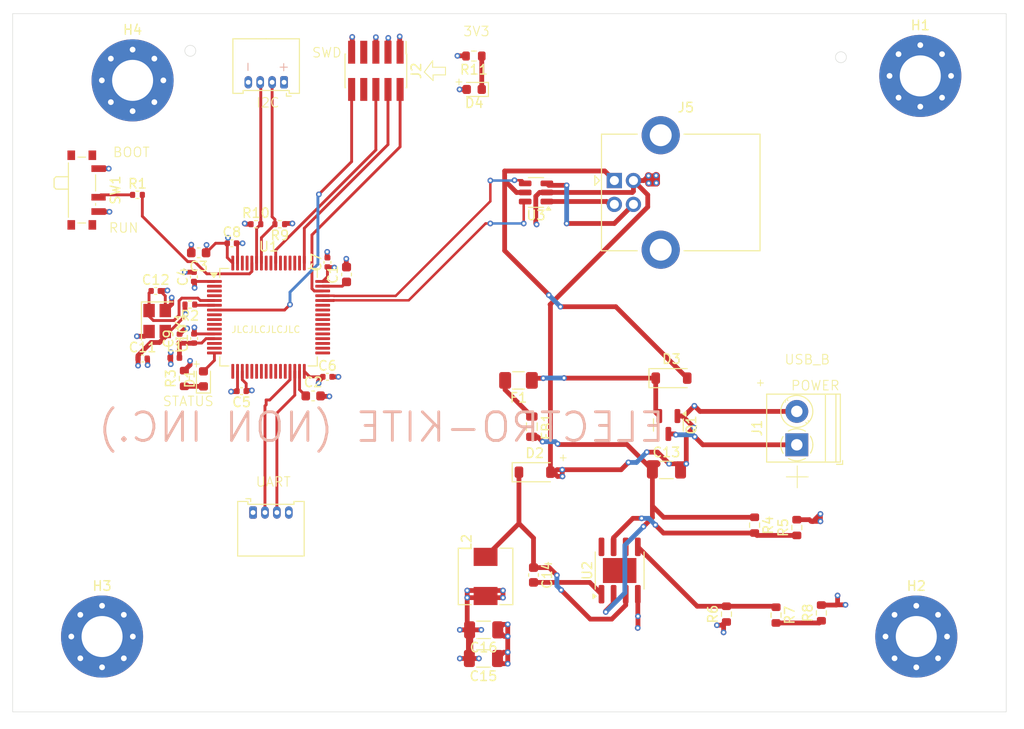
<source format=kicad_pcb>
(kicad_pcb (version 20240108) (generator "pcbnew") (generator_version "8.0")
  (layers (0 "F.Cu" signal) (1 "In1.Cu" power) (2 "In2.Cu" power) (31 "B.Cu" signal) (34 "B.Paste" user) (35 "F.Paste" user) (36 "B.SilkS" user "B.Silkscreen") (37 "F.SilkS" user "F.Silkscreen") (38 "B.Mask" user) (39 "F.Mask" user) (44 "Edge.Cuts" user))
  (net 0 "")
  (net 1 "Net-(U1-VCAP_2)")
  (net 2 "GND")
  (net 3 "Net-(U1-VCAP_1)")
  (net 4 "+3.3V")
  (net 5 "+3.3VA")
  (net 6 "HSE_IN")
  (net 7 "BUCK_IN")
  (net 8 "BUCK_SW")
  (net 9 "BUCK_BS")
  (net 10 "LED_STATUS")
  (net 11 "Net-(D1-K)")
  (net 12 "Net-(D3-K)")
  (net 13 "+5V")
  (net 14 "Net-(D4-K)")
  (net 15 "+12V")
  (net 16 "Net-(F1-Pad2)")
  (net 17 "SWCLK")
  (net 19 "SWDIO")
  (net 20 "unconnected-(J2-Pin_7-Pad7)")
  (net 21 "NRST")
  (net 22 "SWO")
  (net 23 "I2C1_SDA")
  (net 24 "I2C1_SCL")
  (net 25 "USART3_RX")
  (net 26 "USART3_TX")
  (net 27 "USB_CONN_D+")
  (net 28 "USB_CONN_D-")
  (net 29 "Net-(SW1-B)")
  (net 30 "BOOT0")
  (net 31 "HSE_OUT")
  (net 32 "BUCK_EN")
  (net 33 "BUCK_FB")
  (net 34 "Net-(R7-Pad2)")
  (net 37 "CAN1_RX")
  (net 44 "CAN2_RX")
  (net 52 "CAN2_TX")
  (net 61 "CAN1_TX")
  (net 66 "USB_D+")
  (net 74 "USB_D-")
  (net 80 "Net-(C11-Pad1)")
  (footprint "Capacitor_SMD:C_1206_3216Metric" (layer "F.Cu") (at 94.8 138.6 180)
    (property "Reference" "C16")
    (property "Value" "10u")
  )
  (footprint "Resistor_SMD:R_0402_1005Metric" (layer "F.Cu") (at 73.425 96.075 180)
    (property "Reference" "R9")
    (property "Value" "2k2")
  )
  (footprint "Capacitor_SMD:C_0402_1005Metric" (layer "F.Cu") (at 68.405 98.075)
    (property "Reference" "C8")
    (property "Value" "100n")
  )
  (footprint "TerminalBlock_Phoenix:TerminalBlock_Phoenix_PT-1,5-2-3.5-H_1x02_P3.50mm_Horizontal" (layer "F.Cu") (at 127.625 119.2 90)
    (property "Reference" "J1")
    (property "Value" "Screw_Terminal_01x02")
  )
  (footprint "Connector_USB:USB_B_Lumberg_2411_02_Horizontal" (layer "F.Cu") (at 108.5 91.5)
    (property "Reference" "J5")
    (property "Value" "USB_B" (hide yes))
  )
  (footprint "Connector_Molex:Molex_PicoBlade_53048-0410_1x04_P1.25mm_Horizontal" (layer "F.Cu") (at 73.875 81.2 180)
    (property "Reference" "J3" (hide yes))
    (property "Value" "Conn_01x04")
  )
  (footprint "Capacitor_SMD:C_0402_1005Metric" (layer "F.Cu") (at 60.425 103.075)
    (property "Reference" "C12")
    (property "Value" "12p")
  )
  (footprint "Resistor_SMD:R_0603_1608Metric" (layer "F.Cu") (at 120.25 136.95 90)
    (property "Reference" "R6")
    (property "Value" "47k")
  )
  (footprint "Capacitor_SMD:C_0603_1608Metric" (layer "F.Cu") (at 100.025 132.85 -90)
    (property "Reference" "C14")
    (property "Value" "10n")
  )
  (footprint "Capacitor_SMD:C_0402_1005Metric" (layer "F.Cu") (at 64.425 101.595 90)
    (property "Reference" "C4")
    (property "Value" "100n")
  )
  (footprint "Capacitor_SMD:C_1206_3216Metric" (layer "F.Cu") (at 94.775 141.6 180)
    (property "Reference" "C15")
    (property "Value" "10u")
  )
  (footprint "Inductor_SMD:L_0805_2012Metric" (layer "F.Cu") (at 99.85 117.3 -90)
    (property "Reference" "FB1")
    (property "Value" "600 @ 600MHz")
  )
  (footprint "Fuse:Fuse_1206_3216Metric" (layer "F.Cu") (at 98.45 112.45 180)
    (property "Reference" "F1")
    (property "Value" "250mA")
  )
  (footprint "Diode_SMD:D_SOD-123" (layer "F.Cu") (at 114.4875 112.2125)
    (property "Reference" "D3")
    (property "Value" "B5189W")
  )
  (footprint "Capacitor_SMD:C_0603_1608Metric" (layer "F.Cu") (at 76.925 114.075)
    (property "Reference" "C2")
    (property "Value" "2u2")
  )
  (footprint "LED_SMD:LED_0603_1608Metric" (layer "F.Cu") (at 93.8125 81.95 180)
    (property "Reference" "D4")
    (property "Value" "RED")
  )
  (footprint "Connector_PinHeader_1.27mm:PinHeader_2x05_P1.27mm_Vertical_SMD" (layer "F.Cu") (at 83.5 80 -90)
    (property "Reference" "J2")
    (property "Value" "SWD")
  )
  (footprint "Capacitor_SMD:C_0603_1608Metric" (layer "F.Cu") (at 80.425 101.35 90)
    (property "Reference" "C1")
    (property "Value" "2u2")
  )
  (footprint "LED_SMD:LED_0603_1608Metric" (layer "F.Cu") (at 65.425 112.2875 90)
    (property "Reference" "D1")
    (property "Value" "LED_Small")
  )
  (footprint "Package_QFP:LQFP-64_10x10mm_P0.5mm" (layer "F.Cu") (at 72.25 105.825)
    (property "Reference" "U1")
    (property "Value" "STM32F405RGT6")
  )
  (footprint "MountingHole:MountingHole_4.3mm_M4_Pad_Via" (layer "F.Cu") (at 58 81)
    (property "Reference" "H4")
    (property "Value" "MountingHole_Pad")
  )
  (footprint "Resistor_SMD:R_0603_1608Metric" (layer "F.Cu") (at 63.425 112.25 90)
    (property "Reference" "R3")
    (property "Value" "1k5")
  )
  (footprint "Capacitor_SMD:C_1206_3216Metric" (layer "F.Cu") (at 113.9625 121.8375)
    (property "Reference" "C13")
    (property "Value" "10u")
  )
  (footprint "Capacitor_SMD:C_0402_1005Metric" (layer "F.Cu") (at 78.425 100.075 90)
    (property "Reference" "C7")
    (property "Value" "100n")
  )
  (footprint "Resistor_SMD:R_0402_1005Metric" (layer "F.Cu") (at 58.51 93)
    (property "Reference" "R1")
    (property "Value" "10k")
  )
  (footprint "Capacitor_SMD:C_0402_1005Metric" (layer "F.Cu") (at 59.05 110.15)
    (property "Reference" "C11")
    (property "Value" "12p")
  )
  (footprint "Capacitor_SMD:C_0402_1005Metric" (layer "F.Cu") (at 78.425 112.075)
    (property "Reference" "C6")
    (property "Value" "100n")
  )
  (footprint "Capacitor_SMD:C_0402_1005Metric" (layer "F.Cu") (at 64.445 108.055 90)
    (property "Reference" "C10")
    (property "Value" "10n")
  )
  (footprint "Capacitor_SMD:C_0402_1005Metric" (layer "F.Cu") (at 62.925 108.075 90)
    (property "Reference" "C9")
    (property "Value" "1u")
  )
  (footprint "Resistor_SMD:R_0603_1608Metric" (layer "F.Cu") (at 130.2 136.825 90)
    (property "Reference" "R8")
    (property "Value" "270")
  )
  (footprint "Resistor_SMD:R_0402_1005Metric" (layer "F.Cu") (at 64 104.5 180)
    (property "Reference" "R2")
    (property "Value" "47")
  )
  (footprint "Package_TO_SOT_SMD:SOT-23-6" (layer "F.Cu") (at 100.2875 92.75 180)
    (property "Reference" "U3")
    (property "Value" "USBLC6-2SC6")
  )
  (footprint "Package_SO:SOIC-8-1EP_3.9x4.9mm_P1.27mm_EP2.62x3.51mm" (layer "F.Cu") (at 109.055 132.38 90)
    (property "Reference" "U2")
    (property "Value" "MP2303ADN")
  )
  (footprint "MountingHole:MountingHole_4.3mm_M4_Pad_Via" (layer "F.Cu") (at 140.15 139.3)
    (property "Reference" "H2")
    (property "Value" "MountingHole_Pad")
  )
  (footprint "Inductor_SMD:L_Sunlord_MWSA0518S" (layer "F.Cu") (at 95 133 -90)
    (property "Reference" "L2")
    (property "Value" "10u")
  )
  (footprint "Crystal:Crystal_SMD_3225-4Pin_3.2x2.5mm" (layer "F.Cu") (at 60.575 106.225 -90)
    (property "Reference" "Y1")
    (property "Value" "16MHz")
  )
  (footprint "MountingHole:MountingHole_4.3mm_M4_Pad_Via" (layer "F.Cu") (at 54.8 139.3)
    (property "Reference" "H3")
    (property "Value" "MountingHole_Pad")
  )
  (footprint "Inductor_SMD:L_0402_1005Metric" (layer "F.Cu") (at 62.425 110.075)
    (property "Reference" "L1")
    (property "Value" "39n")
  )
  (footprint "Button_Switch_SMD:SW_SPDT_PCM12" (layer "F.Cu") (at 53 92.5 -90)
    (property "Reference" "SW1")
    (property "Value" "SW_SPDT")
  )
  (footprint "Resistor_SMD:R_0603_1608Metric" (layer "F.Cu") (at 93.775 78.45 180)
    (property "Reference" "R11")
    (property "Value" "1k")
  )
  (footprint "Resistor_SMD:R_0603_1608Metric" (layer "F.Cu") (at 125.45 137.05 -90)
    (property "Reference" "R7")
    (property "Value" "15k")
  )
  (footprint "Capacitor_SMD:C_0402_1005Metric" (layer "F.Cu") (at 69.425 113.575 180)
    (property "Reference" "C5")
    (property "Value" "100n")
  )
  (footprint "Package_TO_SOT_SMD:SOT-23" (layer "F.Cu") (at 114.1625 117.125 -90)
    (property "Reference" "Q1")
    (property "Value" "AO3401A")
  )
  (footprint "Resistor_SMD:R_0603_1608Metric" (layer "F.Cu") (at 123.2 127.625 -90)
    (property "Reference" "R4")
    (property "Value" "100k")
  )
  (footprint "Capacitor_SMD:C_0603_1608Metric" (layer "F.Cu") (at 64.925 99.075 180)
    (property "Reference" "C3")
    (property "Value" "4u7")
  )
  (footprint "MountingHole:MountingHole_4.3mm_M4_Pad_Via" (layer "F.Cu") (at 140.569581 80.530419)
    (property "Reference" "H1")
    (property "Value" "MountingHole_Pad")
  )
  (footprint "Connector_Molex:Molex_PicoBlade_53048-0410_1x04_P1.25mm_Horizontal" (layer "F.Cu") (at 70.625 126.3)
    (property "Reference" "J4" (hide yes))
    (property "Value" "Conn_01x04")
  )
  (footprint "Diode_SMD:D_SOD-123" (layer "F.Cu") (at 100.15 122.075)
    (property "Reference" "D2")
    (property "Value" "B5189W")
  )
  (footprint "Resistor_SMD:R_0603_1608Metric" (layer "F.Cu") (at 127.625 127.875 90)
    (property "Reference" "R5")
    (property "Value" "68k")
  )
  (footprint "Resistor_SMD:R_0402_1005Metric" (layer "F.Cu") (at 70.925 96.075)
    (property "Reference" "R10")
    (property "Value" "2k2")
  )
  (gr_line (start 89.45 78.95) (end 89.45 79.625) (stroke (width 0.1)) (layer "F.SilkS"))
  (gr_line (start 89.5 80.425) (end 89.5 81.025) (stroke (width 0.1)) (layer "F.SilkS"))
  (gr_line (start 88.575 80.125) (end 89.45 78.95) (stroke (width 0.1)) (layer "F.SilkS"))
  (gr_line (start 90.8 79.625) (end 90.8 80.425) (stroke (width 0.1)) (layer "F.SilkS"))
  (gr_line (start 89.5 81.025) (end 88.575 80.125) (stroke (width 0.1)) (layer "F.SilkS"))
  (gr_line (start 89.45 79.625) (end 90.8 79.625) (stroke (width 0.1)) (layer "F.SilkS"))
  (gr_line (start 90.8 80.425) (end 89.5 80.425) (stroke (width 0.1)) (layer "F.SilkS"))
  (gr_rect (start 45.425 74) (end 149.575 147.2) (stroke (width 0.05)) (fill none) (layer "Edge.Cuts"))
  (gr_circle (center 132.25 78.575) (end 132.826 78.575) (stroke (width 0.05)) (fill none) (layer "Edge.Cuts"))
  (gr_circle (center 64.05 77.9) (end 64.626 77.9) (stroke (width 0.05)) (fill none) (layer "Edge.Cuts"))
  (gr_text "+" (at 74.525 80.125 0) (layer "B.SilkS") (effects (font (size 1 1) (thickness 0.1)) (justify left bottom mirror)))
  (gr_text "ELECTRO-KITE (NON INC.)" (at 54.175 119.125 0) (layer "B.SilkS") (effects (font (size 3 3) (thickness 0.3)) (justify right bottom mirror)))
  (gr_text "-" (at 70.6 78.9 90) (layer "B.SilkS") (effects (font (size 1 1) (thickness 0.1)) (justify left bottom mirror)))
  (gr_text "SWD" (at 76.75 78.675 0) (layer "F.SilkS") (effects (font (size 1 1) (thickness 0.1)) (justify left bottom)))
  (gr_text "UART" (at 70.85 123.675 0) (layer "F.SilkS") (effects (font (size 1 1) (thickness 0.1)) (justify left bottom)))
  (gr_text "+" (at 123.25 113.125 0) (layer "F.SilkS") (effects (font (size 0.8 0.8) (thickness 0.1)) (justify left bottom)))
  (gr_text "POWER" (at 126.95 113.575 0) (layer "F.SilkS") (effects (font (size 1 1) (thickness 0.1)) (justify left bottom)))
  (gr_text "+" (at 91.65 81.575 0) (layer "F.SilkS") (effects (font (size 0.8 0.8) (thickness 0.1)) (justify left bottom)))
  (gr_text "BOOT" (at 55.875 89.125 0) (layer "F.SilkS") (effects (font (size 1 1) (thickness 0.1)) (justify left bottom)))
  (gr_text "USB_B" (at 126.275 110.85 0) (layer "F.SilkS") (effects (font (size 1 1) (thickness 0.1)) (justify left bottom)))
  (gr_text "+" (at 102.575 120.975 0) (layer "F.SilkS") (effects (font (size 0.8 0.8) (thickness 0.1)) (justify left bottom)))
  (gr_text "+" (at 64.125 111.15 0) (layer "F.SilkS") (effects (font (size 0.8 0.8) (thickness 0.1)) (justify left bottom)))
  (gr_text "RUN" (at 55.45 97.05 0) (layer "F.SilkS") (effects (font (size 1 1) (thickness 0.1)) (justify left bottom)))
  (gr_text "I2C" (at 70.9 83.925 0) (layer "F.SilkS") (effects (font (size 1 1) (thickness 0.1)) (justify left bottom)))
  (gr_text "3V3" (at 92.6 76.45 0) (layer "F.SilkS") (effects (font (size 1 1) (thickness 0.1)) (justify left bottom)))
  (gr_text "STATUS" (at 61.1 115.225 0) (layer "F.SilkS") (effects (font (size 1 1) (thickness 0.1)) (justify left bottom)))
  (gr_text "JLCJLCJLCJLC" (at 68.3 107.525 0) (layer "F.SilkS") (effects (font (size 0.7 0.7) (thickness 0.1)) (justify left bottom)))
  (gr_text "+" (at 125.75 124.075 0) (layer "F.SilkS") (effects (font (size 3 3) (thickness 0.1)) (justify left bottom)))
  (segment (start 80.425 102.125) (end 79.975 102.575) (width 0.3) (layer "F.Cu") (net 1))
  (segment (start 79.975 102.575) (end 77.925 102.575) (width 0.3) (layer "F.Cu") (net 1))
  (segment (start 112 93) (end 110.5 91.5) (width 0.5) (layer "F.Cu") (net 2))
  (segment (start 97.325 140.95) (end 97.325 142.15) (width 0.5) (layer "F.Cu") (net 2))
  (segment (start 55.575 94.775) (end 54.455 94.775) (width 0.5) (layer "F.Cu") (net 2))
  (segment (start 110.96 137.16) (end 110.975 137.175) (width 0.5) (layer "F.Cu") (net 2))
  (segment (start 59.225 107.825) (end 59.725 107.325) (width 0.5) (layer "F.Cu") (net 2))
  (segment (start 80.4 100.55) (end 80.425 100.575) (width 0.5) (layer "F.Cu") (net 2))
  (segment (start 97.325 139.275) (end 96.95 139.275) (width 0.5) (layer "F.Cu") (net 2))
  (segment (start 131.9 135.85) (end 131.75 136) (width 0.5) (layer "F.Cu") (net 2))
  (segment (start 81.025 77.985) (end 80.96 78.05) (width 0.5) (layer "F.Cu") (net 2))
  (segment (start 58.45 107.825) (end 59.225 107.825) (width 0.5) (layer "F.Cu") (net 2))
  (segment (start 64.025 110.825) (end 63.425 111.425) (width 0.5) (layer "F.Cu") (net 2))
  (segment (start 69 98.19) (end 69 100.15) (width 0.3) (layer "F.Cu") (net 2))
  (segment (start 131.775 135.975) (end 131.75 136) (width 0.5) (layer "F.Cu") (net 2))
  (segment (start 111.9 119.975) (end 113.025 119.975) (width 0.5) (layer "F.Cu") (net 2))
  (segment (start 60.955 103.025) (end 60.905 103.075) (width 0.5) (layer "F.Cu") (net 2))
  (segment (start 61.425 105.125) (end 61.425 103.595) (width 0.3) (layer "F.Cu") (net 2))
  (segment (start 110.96 134.86) (end 110.96 137.16) (width 0.5) (layer "F.Cu") (net 2))
  (segment (start 80.4 99.7) (end 80.4 100.55) (width 0.5) (layer "F.Cu") (net 2))
  (segment (start 79.575 112.075) (end 78.905 112.075) (width 0.5) (layer "F.Cu") (net 2))
  (segment (start 69 113.52) (end 69 111.5) (width 0.3) (layer "F.Cu") (net 2))
  (segment (start 110.5 91.5) (end 110.5 92.63137) (width 0.5) (layer "F.Cu") (net 2))
  (segment (start 112 94.267767) (end 112 93) (width 0.5) (layer "F.Cu") (net 2))
  (segment (start 112.9 91) (end 112.875 90.975) (width 0.75) (layer "F.Cu") (net 2))
  (segment (start 68.895 113.625) (end 68.945 113.575) (width 0.5) (layer "F.Cu") (net 2))
  (segment (start 110.975 137.175) (end 110.975 138.375) (width 0.5) (layer "F.Cu") (net 2))
  (segment (start 84.8 78.02) (end 84.77 78.05) (width 0.5) (layer "F.Cu") (net 2))
  (segment (start 115.8125 116.1875) (end 116.8875 115.1125) (width 0.5) (layer "F.Cu") (net 2))
  (segment (start 131.75 136) (end 130.2 136) (width 0.5) (layer "F.Cu") (net 2))
  (segment (start 64.445 107.575) (end 66.575 107.575) (width 0.3) (layer "F.Cu") (net 2))
  (segment (start 112.9 91.75) (end 112.125 91.75) (width 0.75) (layer "F.Cu") (net 2))
  (segment (start 113.025 119.975) (end 114.2375 121.1875) (width 0.5) (layer "F.Cu") (net 2))
  (segment (start 112.075 91.75) (end 112.1 91.775) (width 0.5) (layer "F.Cu") (net 2))
  (segment (start 97.325 140.95) (end 97.325 139.275) (width 0.5) (layer "F.Cu") (net 2))
  (segment (start 103.0375 122.4875) (end 103.0625 122.5125) (width 0.5) (layer "F.Cu") (net 2))
  (segment (start 96.9 140.95) (end 96.25 141.6) (width 0.5) (layer "F.Cu") (net 2))
  (segment (start 61.425 103.595) (end 60.905 103.075) (width 0.3) (layer "F.Cu") (net 2))
  (segment (start 63.52 107) (end 62.925 107.595) (width 0.5) (layer "F.Cu") (net 2))
  (segment (start 62.1 103.775) (end 62.1 104.45) (width 0.5) (layer "F.Cu") (net 2))
  (segment (start 96.8 142.15) (end 96.25 141.6) (width 0.5) (layer "F.Cu") (net 2))
  (segment (start 69.525 98.075) (end 69.115 98.075) (width 0.3) (layer "F.Cu") (net 2))
  (segment (start 78.625 114.125) (end 77.75 114.125) (width 0.5) (layer "F.Cu") (net 2))
  (segment (start 116.8875 115.1125) (end 117.475 115.7) (width 0.5) (layer "F.Cu") (net 2))
  (segment (start 110.5 92.63137) (end 110.38137 92.75) (width 0.5) (layer "F.Cu") (net 2))
  (segment (start 112.825 91.75) (end 112.075 91) (width 0.75) (layer "F.Cu") (net 2))
  (segment (start 130.1 127.225) (end 129.125 127.225) (width 0.5) (layer "F.Cu") (net 2))
  (segment (start 61.65 103.025) (end 60.955 103.025) (width 0.5) (layer "F.Cu") (net 2))
  (segment (start 96.95 139.275) (end 96.275 138.6) (width 0.5) (layer "F.Cu") (net 2))
  (segment (start 103.0375 121.8125) (end 102.4875 121.8125) (width 0.5) (layer "F.Cu") (net 2))
  (segment (start 101.425 92.75) (end 100.665184 92.75) (width 0.5) (layer "F.Cu") (net 2))
  (segment (start 81.025 76.45) (end 80.96 76.515) (width 0.5) (layer "F.Cu") (net 2))
  (segment (start 64.475 107.545) (end 64.445 107.575) (width 0.5) (layer "F.Cu") (net 2))
  (segment (start 103.0375 121.8125) (end 103.0375 122.4875) (width 0.5) (layer "F.Cu") (net 2))
  (segment (start 129.125 127.225) (end 128.95 127.05) (width 0.5) (layer "F.Cu") (net 2))
  (segment (start 100.2625 96.0125) (end 100.35 96.1) (width 0.5) (layer "F.Cu") (net 2))
  (segment (start 128.95 127.05) (end 127.625 127.05) (width 0.5) (layer "F.Cu") (net 2))
  (segment (start 110.975 138.375) (end 110.95 138.4) (width 0.5) (layer "F.Cu") (net 2))
  (segment (start 83.5 76.475) (end 83.5 78.2) (width 0.5) (layer "F.Cu") (net 2))
  (segment (start 102.4875 121.8125) (end 102.1625 122.1375) (width 0.5) (layer "F.Cu") (net 2))
  (segment (start 97.325 140.95) (end 96.9 140.95) (width 0.5) (layer "F.Cu") (net 2))
  (segment (start 78.4 98.975) (end 78.4 99.57) (width 0.5) (layer "F.Cu") (net 2))
  (segment (start 92.925 78.425) (end 92.95 78.45) (width 0.5) (layer "F.Cu") (net 2))
  (segment (start 100.665184 92.75) (end 100.2625 93.152684) (width 0.5) (layer "F.Cu") (net 2))
  (segment (start 130.1 126.45) (end 130.1 127.225) (width 0.5) (layer "F.Cu") (net 2))
  (segment (start 64.025 110.4) (end 64.025 110.825) (width 0.5) (layer "F.Cu") (net 2))
  (segment (start 68.945 113.575) (end 69 113.52) (width 0.3) (layer "F.Cu") (net 2))
  (segment (start 110.38137 92.75) (end 101.425 92.75) (width 0.5) (layer "F.Cu") (net 2))
  (segment (start 92.05 78.425) (end 92.925 78.425) (width 0.5) (layer "F.Cu") (net 2))
  (segment (start 131.9 135) (end 131.9 135.85) (width 0.5) (layer "F.Cu") (net 2))
  (segment (start 115.1125 116.1875) (end 115.8125 116.1875) (width 0.5) (layer "F.Cu") (net 2))
  (segment (start 130.1 126.45) (end 129.3 127.25) (width 0.5) (layer "F.Cu") (net 2))
  (segment (start 111.575 91.5) (end 112.075 91) (width 0.5) (layer "F.Cu") (net 2))
  (segment (start 116.0375 121.1875) (end 115.1125 121.1875) (width 0.5) (layer "F.Cu") (net 2))
  (segment (start 103.0375 121.8125) (end 109.2125 121.8125) (width 0.5) (layer "F.Cu") (net 2))
  (segment (start 64.41 101.1) (end 64.425 101.115) (width 0.5) (layer "F.Cu") (net 2))
  (segment (start 102.5375 122.5125) (end 102.1625 122.1375) (width 0.5) (layer "F.Cu") (net 2))
  (segment (start 110.5 91.5) (end 111.575 91.5) (width 0.5) (layer "F.Cu") (net 2))
  (segment (start 64.15 98.225) (end 64.15 99.075) (width 0.5) (layer "F.Cu") (net 2))
  (segment (start 112.125 91.75) (end 112.1 91.775) (width 0.75) (layer "F.Cu") (net 2))
  (segment (start 59.575 110.85) (end 59.575 110.195) (width 0.5) (layer "F.Cu") (net 2))
  (segment (start 114.2375 121.1875) (end 115.1125 121.1875) (width 0.5) (layer "F.Cu") (net 2))
  (segment (start 100.2625 93.152684) (end 100.2625 96.0125) (width 0.5) (layer "F.Cu") (net 2))
  (segment (start 101.8 104.532233) (end 101.8 122.075) (width 0.5) (layer "F.Cu") (net 2))
  (segment (start 54.455 94.775) (end 54.43 94.75) (width 0.5) (layer "F.Cu") (net 2))
  (segment (start 103.0625 122.5125) (end 102.5375 122.5125) (width 0.5) (layer "F.Cu") (net 2))
  (segment (start 116.0375 118.1875) (end 116.8375 117.3875) (width 0.5) (layer "F.Cu") (net 2))
  (segment (start 112.075 91) (end 112.85 91) (width 0.5) (layer "F.Cu") (net 2))
  (segment (start 59.575 110.195) (end 59.53 110.15) (width 0.5) (layer "F.Cu") (net 2))
  (segment (start 69.115 98.075) (end 69 98.19) (width 0.3) (layer "F.Cu") (net 2))
  (segment (start 116.0375 121.1875) (end 116.0375 118.1875) (width 0.5) (layer "F.Cu") (net 2))
  (segment (start 115.6375 116.1875) (end 116.8375 117.3875) (width 0.5) (layer "F.Cu") (net 2))
  (segment (start 112.075 91) (end 112.075 91.75) (width 0.5) (layer "F.Cu") (net 2))
  (segment (start 96.85 138.025) (end 96.275 138.6) (width 0.5) (layer "F.Cu") (net 2))
  (segment (start 112.9 91.75) (end 112.9 91) (width 0.75) (layer "F.Cu") (net 2))
  (segment (start 69.525 98.075) (end 68.885 98.075) (width 0.3) (layer "F.Cu") (net 2))
  (segment (start 97.325 138.025) (end 96.85 138.025) (width 0.5) (layer "F.Cu") (net 2))
  (segment (start 109.2125 121.8125) (end 109.975 121.05) (width 0.5) (layer "F.Cu") (net 2))
  (segment (start 112.85 91) (end 112.875 90.975) (width 0.5) (layer "F.Cu") (net 2))
  (segment (start 97.325 142.15) (end 96.8 142.15) (width 0.5) (layer "F.Cu") (net 2))
  (segment (start 101.767767 104.5) (end 101.8 104.532233) (width 0.5) (layer "F.Cu") (net 2))
  (segment (start 64.475 106.9) (end 64.475 107.545) (width 0.5) (layer "F.Cu") (net 2))
  (segment (start 68.325 113.625) (end 68.895 113.625) (width 0.5) (layer "F.Cu") (net 2))
  (segment (start 132.725 135.975) (end 131.775 135.975) (width 0.5) (layer "F.Cu") (net 2))
  (segment (start 115.1125 116.1875) (end 115.6375 116.1875) (width 0.5) (layer "F.Cu") (net 2))
  (segment (start 81.025 76.45) (end 81.025 77.985) (width 0.5) (layer "F.Cu") (net 2))
  (segment (start 112.9 91.75) (end 112.825 91.75) (width 0.75) (layer "F.Cu") (net 2))
  (segment (start 63.475 101.1) (end 64.41 101.1) (width 0.5) (layer "F.Cu") (net 2))
  (segment (start 63.725 107) (end 63.52 107) (width 0.5) (layer "F.Cu") (net 2))
  (segment (start 97.325 138.025) (end 97.325 139.275) (width 0.5) (layer "F.Cu") (net 2))
  (segment (start 84.8 76.55) (end 84.8 78.02) (width 0.5) (layer "F.Cu") (net 2))
  (segment (start 101.767767 104.5) (end 112 94.267767) (width 0.5) (layer "F.Cu") (net 2))
  (segment (start 117.475 115.7) (end 127.625 115.7) (width 0.5) (layer "F.Cu") (net 2))
  (segment (start 78.4 99.57) (end 78.425 99.595) (width 0.5) (layer "F.Cu") (net 2))
  (segment (start 77.75 114.125) (end 77.7 114.075) (width 0.5) (layer "F.Cu") (net 2))
  (segment (start 62.1 104.45) (end 61.425 105.125) (width 0.5) (layer "F.Cu") (net 2))
  (via (at 110.975 137.175) (size 0.6) (drill 0.3) (layers "F.Cu" "B.Cu") (net 2))
  (via (at 78.4 98.975) (size 0.6) (drill 0.3) (layers "F.Cu" "B.Cu") (net 2))
  (via (at 83.5 76.475) (size 0.6) (drill 0.3) (layers "F.Cu" "B.Cu") (net 2))
  (via (at 114.2375 121.1875) (size 0.6) (drill 0.3) (layers "F.Cu" "B.Cu") (net 2))
  (via (at 68.325 113.625) (size 0.6) (drill 0.3) (layers "F.Cu" "B.Cu") (net 2))
  (via (at 64.15 98.225) (size 0.6) (drill 0.3) (layers "F.Cu" "B.Cu") (net 2))
  (via (at 63.475 101.1) (size 0.6) (drill 0.3) (layers "F.Cu" "B.Cu") (net 2))
  (via (at 130.1 126.45) (size 0.6) (drill 0.3) (layers "F.Cu" "B.Cu") (net 2))
  (via (at 116.8375 117.3875) (size 0.6) (drill 0.3) (layers "F.Cu" "B.Cu") (net 2))
  (via (at 131.9 135) (size 0.6) (drill 0.3) (layers "F.Cu" "B.Cu") (net 2))
  (via (at 92.05 78.425) (size 0.6) (drill 0.3) (layers "F.Cu" "B.Cu") (net 2))
  (via (at 112.875 90.975) (size 0.6) (drill 0.3) (layers "F.Cu" "B.Cu") (net 2))
  (via (at 97.325 138.025) (size 0.6) (drill 0.3) (layers "F.Cu" "B.Cu") (net 2))
  (via (at 112.1 91.775) (size 0.6) (drill 0.3) (layers "F.Cu" "B.Cu") (net 2))
  (via (at 62.1 103.775) (size 0.6) (drill 0.3) (layers "F.Cu" "B.Cu") (net 2))
  (via (at 58.45 107.825) (size 0.6) (drill 0.3) (layers "F.Cu" "B.Cu") (net 2))
  (via (at 110.95 138.4) (size 0.6) (drill 0.3) (layers "F.Cu" "B.Cu") (net 2))
  (via (at 61.65 103.025) (size 0.6) (drill 0.3) (layers "F.Cu" "B.Cu") (net 2))
  (via (at 55.575 94.775) (size 0.6) (drill 0.3) (layers "F.Cu" "B.Cu") (net 2))
  (via (at 69.525 98.075) (size 0.6) (drill 0.3) (layers "F.Cu" "B.Cu") (net 2))
  (via (at 112.075 91) (size 0.6) (drill 0.3) (layers "F.Cu" "B.Cu") (net 2))
  (via (at 84.8 76.55) (size 0.6) (drill 0.3) (layers "F.Cu" "B.Cu") (net 2))
  (via (at 59.575 110.85) (size 0.6) (drill 0.3) (layers "F.Cu" "B.Cu") (net 2))
  (via (at 100.35 96.1) (size 0.6) (drill 0.3) (layers "F.Cu" "B.Cu") (net 2))
  (via (at 81.025 76.45) (size 0.6) (drill 0.3) (layers "F.Cu" "B.Cu") (net 2))
  (via (at 111.9 119.975) (size 0.6) (drill 0.3) (layers "F.Cu" "B.Cu") (net 2))
  (via (at 97.325 140.95) (size 0.6) (drill 0.3) (layers "F.Cu" "B.Cu") (net 2))
  (via (at 78.625 114.125) (size 0.6) (drill 0.3) (layers "F.Cu" "B.Cu") (net 2))
  (via (at 109.975 121.05) (size 0.6) (drill 0.3) (layers "F.Cu" "B.Cu") (net 2))
  (via (at 132.725 135.975) (size 0.6) (drill 0.3) (layers "F.Cu" "B.Cu") (net 2))
  (via (at 130.1 127.225) (size 0.6) (drill 0.3) (layers "F.Cu" "B.Cu") (net 2))
  (via (at 112.9 91.75) (size 0.6) (drill 0.3) (layers "F.Cu" "B.Cu") (net 2))
  (via (at 103.0625 122.5125) (size 0.6) (drill 0.3) (layers "F.Cu" "B.Cu") (net 2))
  (via (at 116.0375 121.1875) (size 0.6) (drill 0.3) (layers "F.Cu" "B.Cu") (net 2))
  (via (at 64.025 110.4) (size 0.6) (drill 0.3) (layers "F.Cu" "B.Cu") (net 2))
  (via (at 116.8875 115.1125) (size 0.6) (drill 0.3) (layers "F.Cu" "B.Cu") (net 2))
  (via (at 79.575 112.075) (size 0.6) (drill 0.3) (layers "F.Cu" "B.Cu") (net 2))
  (via (at 97.325 139.275) (size 0.6) (drill 0.3) (layers "F.Cu" "B.Cu") (net 2))
  (via (at 64.475 106.9) (size 0.6) (drill 0.3) (layers "F.Cu" "B.Cu") (net 2))
  (via (at 63.725 107) (size 0.6) (drill 0.3) (layers "F.Cu" "B.Cu") (net 2))
  (via (at 103.0375 121.8125) (size 0.6) (drill 0.3) (layers "F.Cu" "B.Cu") (net 2))
  (via (at 97.325 142.15) (size 0.6) (drill 0.3) (layers "F.Cu" "B.Cu") (net 2))
  (via (at 80.4 99.7) (size 0.6) (drill 0.3) (layers "F.Cu" "B.Cu") (net 2))
  (segment (start 109.975 121.05) (end 110.825 121.05) (width 0.5) (layer "B.Cu") (net 2))
  (segment (start 110.825 121.05) (end 111.9 119.975) (width 0.5) (layer "B.Cu") (net 2))
  (segment (start 75.5 113.425) (end 75.5 111.5) (width 0.3) (layer "F.Cu") (net 3))
  (segment (start 76.15 114.075) (end 75.5 113.425) (width 0.3) (layer "F.Cu") (net 3))
  (segment (start 77.945 112.075) (end 76.575 112.075) (width 0.3) (layer "F.Cu") (net 4))
  (segment (start 79.15 100.625) (end 78.495 100.625) (width 0.5) (layer "F.Cu") (net 4))
  (segment (start 68 98) (end 67.925 98.075) (width 0.3) (layer "F.Cu") (net 4))
  (segment (start 62 109.5) (end 62 110.015) (width 0.5) (layer "F.Cu") (net 4))
  (segment (start 94.925 135.225) (end 95.075 135.075) (width 0.5) (layer "F.Cu") (net 4))
  (segment (start 93.325 141.575) (end 93.3 141.6) (width 0.75) (layer "F.Cu") (net 4))
  (segment (start 93.325 138.6) (end 93.325 141.575) (width 0.75) (layer "F.Cu") (net 4))
  (segment (start 93.075 135.225) (end 94.925 135.225) (width 0.5) (layer "F.Cu") (net 4))
  (segment (start 93.075 134.475) (end 93.075 135.225) (width 0.5) (layer "F.Cu") (net 4))
  (segment (start 86 78.01) (end 86.04 78.05) (width 0.5) (layer "F.Cu") (net 4))
  (segment (start 94.3 141.6) (end 93.3 141.6) (width 0.5) (layer "F.Cu") (net 4))
  (segment (start 94.475 134.475) (end 95.075 135.075) (width 0.5) (layer "F.Cu") (net 4))
  (segment (start 96.825 134.475) (end 96.825 135.225) (width 0.5) (layer "F.Cu") (net 4))
  (segment (start 62 110.135) (end 61.94 110.075) (width 0.5) (layer "F.Cu") (net 4))
  (segment (start 92.3 138.6) (end 93.325 138.6) (width 0.5) (layer "F.Cu") (net 4))
  (segment (start 94.55 138.6) (end 93.325 138.6) (width 0.5) (layer "F.Cu") (net 4))
  (segment (start 95.675 134.475) (end 95.075 135.075) (width 0.5) (layer "F.Cu") (net 4))
  (segment (start 78.495 100.625) (end 78.425 100.555) (width 0.5) (layer "F.Cu") (net 4))
  (segment (start 77.5 112.52) (end 77.945 112.075) (width 0.5) (layer "F.Cu") (net 4))
  (segment (start 119.775 138.1125) (end 119.95 137.9375) (width 0.5) (layer "F.Cu") (net 4))
  (segment (start 93.075 138.35) (end 93.325 138.6) (width 0.5) (layer "F.Cu") (net 4))
  (segment (start 76.575 112.075) (end 76 111.5) (width 0.3) (layer "F.Cu") (net 4))
  (segment (start 66.575 102.075) (end 64.425 102.075) (width 0.3) (layer "F.Cu") (net 4))
  (segment (start 68.5 100.15) (end 67.925 99.575) (width 0.3) (layer "F.Cu") (net 4))
  (segment (start 69.905 112.78312) (end 69.5 112.37812) (width 0.3) (layer "F.Cu") (net 4))
  (segment (start 65.75 98.25) (end 65.75 99.025) (width 0.3) (layer "F.Cu") (net 4))
  (segment (start 93.075 134.475) (end 94.475 134.475) (width 0.5) (layer "F.Cu") (net 4))
  (segment (start 78.425 101.575) (end 77.925 102.075) (width 0.3) (layer "F.Cu") (net 4))
  (segment (start 93.075 135.225) (end 93.075 138.35) (width 0.5) (layer "F.Cu") (net 4))
  (segment (start 69.905 113.575) (end 69.905 112.78312) (width 0.3) (layer "F.Cu") (net 4))
  (segment (start 69.5 112.37812) (end 69.5 111.5) (width 0.3) (layer "F.Cu") (net 4))
  (segment (start 96.825 135.225) (end 95.225 135.225) (width 0.5) (layer "F.Cu") (net 4))
  (segment (start 86 76.4) (end 86 78.01) (width 0.5) (layer "F.Cu") (net 4))
  (segment (start 65.75 99.025) (end 65.7 99.075) (width 0.3) (layer "F.Cu") (net 4))
  (segment (start 70.5 113.5) (end 69.98 113.5) (width 0.5) (layer "F.Cu") (net 4))
  (segment (start 86 78.16) (end 86.04 78.2) (width 0.5) (layer "F.Cu") (net 4))
  (segment (start 92.3 141.6) (end 93.3 141.6) (width 0.5) (layer "F.Cu") (net 4))
  (segment (start 93.3 138.575) (end 93.325 138.6) (width 0.75) (layer "F.Cu") (net 4))
  (segment (start 95.225 135.225) (end 95.075 135.075) (width 0.5) (layer "F.Cu") (net 4))
  (segment (start 64.5 102.15) (end 64.425 102.075) (width 0.5) (layer "F.Cu") (net 4))
  (segment (start 67.925 99.575) (end 67.925 98.075) (width 0.3) (layer "F.Cu") (net 4))
  (segment (start 62 110.015) (end 61.94 110.075) (width 0.5) (layer "F.Cu") (net 4))
  (segment (start 119.95 138.8625) (end 119.95 137.9375) (width 0.5) (layer "F.Cu") (net 4))
  (segment (start 74.75 96) (end 74.01 96) (width 0.5) (layer "F.Cu") (net 4))
  (segment (start 119.25 138.1125) (end 119.775 138.1125) (width 0.5) (layer "F.Cu") (net 4))
  (segment (start 69.825 96.075) (end 69.75 96) (width 0.5) (layer "F.Cu") (net 4))
  (segment (start 96.825 134.475) (end 95.675 134.475) (width 0.5) (layer "F.Cu") (net 4))
  (segment (start 92.275 81.95) (end 93.025 81.95) (width 0.5) (layer "F.Cu") (net 4))
  (segment (start 66.7 98.075) (end 65.7 99.075) (width 0.3) (layer "F.Cu") (net 4))
  (segment (start 64.5 102.75) (end 64.5 102.15) (width 0.5) (layer "F.Cu") (net 4))
  (segment (start 70.415 96.075) (end 69.825 96.075) (width 0.5) (layer "F.Cu") (net 4))
  (segment (start 74.01 96) (end 73.935 96.075) (width 0.5) (layer "F.Cu") (net 4))
  (segment (start 67.925 98.075) (end 66.7 98.075) (width 0.3) (layer "F.Cu") (net 4))
  (segment (start 68 97.5) (end 68 98) (width 0.3) (layer "F.Cu") (net 4))
  (segment (start 69.98 113.5) (end 69.905 113.575) (width 0.5) (layer "F.Cu") (net 4))
  (segment (start 62 110.75) (end 62 110.135) (width 0.5) (layer "F.Cu") (net 4))
  (segment (start 55.5 90.25) (end 54.43 90.25) (width 0.5) (layer "F.Cu") (net 4))
  (segment (start 78.425 100.555) (end 78.425 101.575) (width 0.3) (layer "F.Cu") (net 4))
  (segment (start 77.5 112.75) (end 77.5 112.52) (width 0.5) (layer "F.Cu") (net 4))
  (via (at 92.275 81.95) (size 0.6) (drill 0.3) (layers "F.Cu" "B.Cu") (net 4))
  (via (at 68 97.5) (size 0.6) (drill 0.3) (layers "F.Cu" "B.Cu") (net 4))
  (via (at 92.3 141.6) (size 0.6) (drill 0.3) (layers "F.Cu" "B.Cu") (net 4))
  (via (at 62 109.5) (size 0.6) (drill 0.3) (layers "F.Cu" "B.Cu") (net 4))
  (via (at 93.075 134.475) (size 0.6) (drill 0.3) (layers "F.Cu" "B.Cu") (net 4))
  (via (at 77.5 112.75) (size 0.6) (drill 0.3) (layers "F.Cu" "B.Cu") (net 4))
  (via (at 65.75 98.25) (size 0.6) (drill 0.3) (layers "F.Cu" "B.Cu") (net 4))
  (via (at 64.5 102.75) (size 0.6) (drill 0.3) (layers "F.Cu" "B.Cu") (net 4))
  (via (at 119.95 138.8625) (size 0.6) (drill 0.3) (layers "F.Cu" "B.Cu") (net 4))
  (via (at 96.825 135.225) (size 0.6) (drill 0.3) (layers "F.Cu" "B.Cu") (net 4))
  (via (at 93.075 135.225) (size 0.6) (drill 0.3) (layers "F.Cu" "B.Cu") (net 4))
  (via (at 74.75 96) (size 0.6) (drill 0.3) (layers "F.Cu" "B.Cu") (net 4))
  (via (at 94.3 141.6) (size 0.6) (drill 0.3) (layers "F.Cu" "B.Cu") (net 4))
  (via (at 69.75 96) (size 0.6) (drill 0.3) (layers "F.Cu" "B.Cu") (net 4))
  (via (at 55.5 90.25) (size 0.6) (drill 0.3) (layers "F.Cu" "B.Cu") (net 4))
  (via (at 86 76.4) (size 0.6) (drill 0.3) (layers "F.Cu" "B.Cu") (net 4))
  (via (at 79.15 100.625) (size 0.6) (drill 0.3) (layers "F.Cu" "B.Cu") (net 4))
  (via (at 92.3 138.6) (size 0.6) (drill 0.3) (layers "F.Cu" "B.Cu") (net 4))
  (via (at 119.25 138.1125) (size 0.6) (drill 0.3) (layers "F.Cu" "B.Cu") (net 4))
  (via (at 70.5 113.5) (size 0.6) (drill 0.3) (layers "F.Cu" "B.Cu") (net 4))
  (via (at 62 110.75) (size 0.6) (drill 0.3) (layers "F.Cu" "B.Cu") (net 4))
  (via (at 96.825 134.475) (size 0.6) (drill 0.3) (layers "F.Cu" "B.Cu") (net 4))
  (via (at 94.55 138.6) (size 0.6) (drill 0.3) (layers "F.Cu" "B.Cu") (net 4))
  (segment (start 62.91 110.075) (end 62.91 108.57) (width 0.5) (layer "F.Cu") (net 5))
  (segment (start 64.445 108.535) (end 65.23688 108.535) (width 0.3) (layer "F.Cu") (net 5))
  (segment (start 65.23688 108.535) (end 65.69688 108.075) (width 0.3) (layer "F.Cu") (net 5))
  (segment (start 65.69688 108.075) (end 66.575 108.075) (width 0.3) (layer "F.Cu") (net 5))
  (segment (start 62.925 108.555) (end 64.425 108.555) (width 0.5) (layer "F.Cu") (net 5))
  (segment (start 62.91 108.57) (end 62.925 108.555) (width 0.5) (layer "F.Cu") (net 5))
  (segment (start 64.425 108.555) (end 64.445 108.535) (width 0.5) (layer "F.Cu") (net 5))
  (segment (start 65.094634 104.075) (end 66.575 104.075) (width 0.3) (layer "F.Cu") (net 6))
  (segment (start 60.175 106.175) (end 62.325 106.175) (width 0.3) (layer "F.Cu") (net 6))
  (segment (start 59.725 105.125) (end 59.725 103.295) (width 0.3) (layer "F.Cu") (net 6))
  (segment (start 62.87 104.110366) (end 63.150366 103.83) (width 0.3) (layer "F.Cu") (net 6))
  (segment (start 59.725 105.725) (end 60.175 106.175) (width 0.3) (layer "F.Cu") (net 6))
  (segment (start 64.849634 103.83) (end 65.094634 104.075) (width 0.3) (layer "F.Cu") (net 6))
  (segment (start 62.87 105.63) (end 62.87 104.110366) (width 0.3) (layer "F.Cu") (net 6))
  (segment (start 63.150366 103.83) (end 64.849634 103.83) (width 0.3) (layer "F.Cu") (net 6))
  (segment (start 62.325 106.175) (end 62.87 105.63) (width 0.3) (layer "F.Cu") (net 6))
  (segment (start 59.725 103.295) (end 59.945 103.075) (width 0.3) (layer "F.Cu") (net 6))
  (segment (start 59.725 105.125) (end 59.725 105.725) (width 0.3) (layer "F.Cu") (net 6))
  (segment (start 108.42 135.795) (end 108.42 134.86) (width 0.5) (layer "F.Cu") (net 7))
  (segment (start 100.4625 118.3625) (end 100.975 118.875) (width 0.5) (layer "F.Cu") (net 7))
  (segment (start 107.6 136.615) (end 108.42 135.795) (width 0.5) (layer "F.Cu") (net 7))
  (segment (start 107.6 136.725) (end 107.6 136.615) (width 0.5) (layer "F.Cu") (net 7))
  (segment (start 112.4875 126.8375) (end 111.55 127.775) (width 0.5) (layer "F.Cu") (net 7))
  (segment (start 113.6625 126.8) (end 112.4875 125.625) (width 0.5) (layer "F.Cu") (net 7))
  (segment (start 109.825 119.175) (end 112.4875 121.8375) (width 0.5) (layer "F.Cu") (net 7))
  (segment (start 112.4875 125.625) (end 112.4875 126.8375) (width 0.5) (layer "F.Cu") (net 7))
  (segment (start 112.4875 121.8375) (end 112.4875 125.625) (width 0.5) (layer "F.Cu") (net 7))
  (segment (start 123.2 126.8) (end 113.6625 126.8) (width 0.5) (layer "F.Cu") (net 7))
  (segment (start 112.1625 121.1875) (end 112.963846 121.1875) (width 0.75) (layer "F.Cu") (net 7))
  (segment (start 102.625 119.175) (end 109.825 119.175) (width 0.5) (layer "F.Cu") (net 7))
  (segment (start 99.85 118.3625) (end 100.4625 118.3625) (width 0.5) (layer "F.Cu") (net 7))
  (segment (start 102.55 119.1) (end 102.625 119.175) (width 0.5) (layer "F.Cu") (net 7))
  (via (at 111.55 127.775) (size 0.6) (drill 0.3) (layers "F.Cu" "B.Cu") (net 7))
  (via (at 100.975 118.875) (size 0.6) (drill 0.3) (layers "F.Cu" "B.Cu") (net 7))
  (via (at 107.6 136.725) (size 0.6) (drill 0.3) (layers "F.Cu" "B.Cu") (net 7))
  (via (at 102.55 119.1) (size 0.6) (drill 0.3) (layers "F.Cu" "B.Cu") (net 7))
  (segment (start 100.975 118.875) (end 102.325 118.875) (width 0.5) (layer "B.Cu") (net 7))
  (segment (start 109.6 129.725) (end 111.55 127.775) (width 0.5) (layer "B.Cu") (net 7))
  (segment (start 109.6 134.725) (end 109.6 129.725) (width 0.5) (layer "B.Cu") (net 7))
  (segment (start 107.6 136.725) (end 109.6 134.725) (width 0.5) (layer "B.Cu") (net 7))
  (segment (start 102.325 118.875) (end 102.55 119.1) (width 0.5) (layer "B.Cu") (net 7))
  (segment (start 108.225 137.475) (end 109.69 136.01) (width 0.5) (layer "F.Cu") (net 8))
  (segment (start 101.675 132.075) (end 102.475 132.875) (width 0.5) (layer "F.Cu") (net 8))
  (segment (start 109.69 136.01) (end 109.69 134.86) (width 0.5) (layer "F.Cu") (net 8))
  (segment (start 98.5 122.075) (end 98.5 127.45) (width 0.5) (layer "F.Cu") (net 8))
  (segment (start 100.025 128.975) (end 98.5 127.45) (width 0.5) (layer "F.Cu") (net 8))
  (segment (start 100.025 132.075) (end 100.025 128.975) (width 0.5) (layer "F.Cu") (net 8))
  (segment (start 98.5 127.45) (end 95 130.95) (width 0.5) (layer "F.Cu") (net 8))
  (segment (start 102.925 134.425) (end 105.975 137.475) (width 0.5) (layer "F.Cu") (net 8))
  (segment (start 105.975 137.475) (end 108.225 137.475) (width 0.5) (layer "F.Cu") (net 8))
  (segment (start 100.025 132.075) (end 101.675 132.075) (width 0.5) (layer "F.Cu") (net 8))
  (via (at 102.475 132.875) (size 0.6) (drill 0.3) (layers "F.Cu" "B.Cu") (net 8))
  (via (at 102.925 134.425) (size 0.6) (drill 0.3) (layers "F.Cu" "B.Cu") (net 8))
  (segment (start 102.475 133.975) (end 102.925 134.425) (width 0.5) (layer "B.Cu") (net 8))
  (segment (start 102.475 132.875) (end 102.475 133.975) (width 0.5) (layer "B.Cu") (net 8))
  (segment (start 100.025 133.625) (end 105.915 133.625) (width 0.5) (layer "F.Cu") (net 9))
  (segment (start 105.915 133.625) (end 107.15 134.86) (width 0.5) (layer "F.Cu") (net 9))
  (segment (start 66.575 109.575) (end 66.575 110.35) (width 0.3) (layer "F.Cu") (net 10))
  (segment (start 66.575 110.35) (end 65.425 111.5) (width 0.3) (layer "F.Cu") (net 10))
  (segment (start 65.425 113.075) (end 63.425 113.075) (width 0.5) (layer "F.Cu") (net 11))
  (segment (start 99.95 112.35) (end 99.85 112.45) (width 0.2) (layer "F.Cu") (net 12))
  (segment (start 101.05 112.225) (end 100.075 112.225) (width 0.5) (layer "F.Cu") (net 12))
  (segment (start 103.2375 112.2125) (end 103.225 112.2) (width 0.5) (layer "F.Cu") (net 12))
  (segment (start 112.8375 112.2125) (end 103.2375 112.2125) (width 0.5) (layer "F.Cu") (net 12))
  (segment (start 100.075 112.225) (end 99.85 112.45) (width 0.5) (layer "F.Cu") (net 12))
  (segment (start 112.8375 115.8125) (end 113.2125 116.1875) (width 0.5) (layer "F.Cu") (net 12))
  (segment (start 112.8375 112.2125) (end 112.8375 115.8125) (width 0.5) (layer "F.Cu") (net 12))
  (via (at 101.05 112.225) (size 0.6) (drill 0.3) (layers "F.Cu" "B.Cu") (net 12))
  (via (at 103.225 112.2) (size 0.6) (drill 0.3) (layers "F.Cu" "B.Cu") (net 12))
  (segment (start 103.225 112.2) (end 101.075 112.2) (width 0.5) (layer "B.Cu") (net 12))
  (segment (start 101.075 112.2) (end 101.05 112.225) (width 0.5) (layer "B.Cu") (net 12))
  (segment (start 108.65 104.725) (end 116.1375 112.2125) (width 0.5) (layer "F.Cu") (net 13))
  (segment (start 107.5 90.5) (end 97 90.5) (width 0.5) (layer "F.Cu") (net 13))
  (segment (start 101.625 103.475) (end 101.625 103.5) (width 0.5) (layer "F.Cu") (net 13))
  (segment (start 108.5 91.5) (end 107.5 90.5) (width 0.5) (layer "F.Cu") (net 13))
  (segment (start 97 91.5) (end 98.25 92.75) (width 0.5) (layer "F.Cu") (net 13))
  (segment (start 97 98.85) (end 101.625 103.475) (width 0.5) (layer "F.Cu") (net 13))
  (segment (start 97 98.85) (end 97 91.5) (width 0.5) (layer "F.Cu") (net 13))
  (segment (start 102.85 104.725) (end 108.65 104.725) (width 0.5) (layer "F.Cu") (net 13))
  (segment (start 98.25 92.75) (end 99.15 92.75) (width 0.5) (layer "F.Cu") (net 13))
  (segment (start 97 90.5) (end 97 91.5) (width 0.5) (layer "F.Cu") (net 13))
  (via (at 101.625 103.5) (size 0.6) (drill 0.3) (layers "F.Cu" "B.Cu") (net 13))
  (via (at 102.85 104.725) (size 0.6) (drill 0.3) (layers "F.Cu" "B.Cu") (net 13))
  (segment (start 101.625 103.5) (end 102.85 104.725) (width 0.5) (layer "B.Cu") (net 13))
  (segment (start 94.6 81.95) (end 94.6 78.45) (width 0.5) (layer "F.Cu") (net 14))
  (segment (start 117.775 119.2) (end 127.625 119.2) (width 0.5) (layer "F.Cu") (net 15))
  (segment (start 114.1625 118.0625) (end 114.8625 118.0625) (width 0.5) (layer "F.Cu") (net 15))
  (segment (start 116.930331 118.355331) (end 117.775 119.2) (width 0.5) (layer "F.Cu") (net 15))
  (segment (start 114.8625 118.0625) (end 114.95 118.15) (width 0.5) (layer "F.Cu") (net 15))
  (via (at 116.930331 118.355331) (size 0.6) (drill 0.3) (layers "F.Cu" "B.Cu") (net 15))
  (via (at 114.95 118.15) (size 0.6) (drill 0.3) (layers "F.Cu" "B.Cu") (net 15))
  (segment (start 116.725 118.15) (end 116.930331 118.355331) (width 0.5) (layer "B.Cu") (net 15))
  (segment (start 114.95 118.15) (end 116.725 118.15) (width 0.5) (layer "B.Cu") (net 15))
  (segment (start 97.05 113.4375) (end 99.85 116.2375) (width 0.5) (layer "F.Cu") (net 16))
  (segment (start 97.05 112.45) (end 97.05 113.4375) (width 0.5) (layer "F.Cu") (net 16))
  (segment (start 76 96.5) (end 84.77 87.73) (width 0.3) (layer "F.Cu") (net 17))
  (segment (start 76 100.15) (end 76 96.5) (width 0.3) (layer "F.Cu") (net 17))
  (segment (start 84.77 87.73) (end 84.77 81.95) (width 0.3) (layer "F.Cu") (net 17))
  (segment (start 77.925 103.075) (end 77.04688 103.075) (width 0.3) (layer "F.Cu") (net 19))
  (segment (start 77.04688 103.075) (end 76.8 102.82812) (width 0.3) (layer "F.Cu") (net 19))
  (segment (start 86.04 87.96) (end 86.04 81.95) (width 0.3) (layer "F.Cu") (net 19))
  (segment (start 76.8 97.2) (end 86.04 87.96) (width 0.3) (layer "F.Cu") (net 19))
  (segment (start 76.8 102.82812) (end 76.8 97.2) (width 0.3) (layer "F.Cu") (net 19))
  (segment (start 82.225 78.195) (end 82.23 78.2) (width 0.5) (layer "F.Cu") (net 20))
  (segment (start 77.525 92.95) (end 80.96 89.515) (width 0.3) (layer "F.Cu") (net 21))
  (segment (start 80.96 89.515) (end 80.96 81.95) (width 0.3) (layer "F.Cu") (net 21))
  (segment (start 66.575 105.075) (end 73.925 105.075) (width 0.3) (layer "F.Cu") (net 21))
  (segment (start 73.925 105.075) (end 74.5 104.5) (width 0.3) (layer "F.Cu") (net 21))
  (via (at 77.525 92.95) (size 0.6) (drill 0.3) (layers "F.Cu" "B.Cu") (net 21))
  (via (at 74.5 104.5) (size 0.6) (drill 0.3) (layers "F.Cu" "B.Cu") (net 21))
  (segment (start 74.5 103.2) (end 77.425 100.275) (width 0.3) (layer "B.Cu") (net 21))
  (segment (start 77.425 100.275) (end 77.425 99.030761) (width 0.3) (layer "B.Cu") (net 21))
  (segment (start 77.425 93.05) (end 77.525 92.95) (width 0.3) (layer "B.Cu") (net 21))
  (segment (start 74.5 104.5) (end 74.5 103.2) (width 0.3) (layer "B.Cu") (net 21))
  (segment (start 77.425 99.030761) (end 77.425 93.05) (width 0.3) (layer "B.Cu") (net 21))
  (segment (start 83.5 88.292894) (end 83.5 81.95) (width 0.3) (layer "F.Cu") (net 22))
  (segment (start 73 98.792894) (end 83.5 88.292894) (width 0.3) (layer "F.Cu") (net 22))
  (segment (start 73 100.15) (end 73 98.792894) (width 0.3) (layer "F.Cu") (net 22))
  (segment (start 71 96.51) (end 71 100.15) (width 0.3) (layer "F.Cu") (net 23))
  (segment (start 71.435 81.26) (end 71.375 81.2) (width 0.3) (layer "F.Cu") (net 23))
  (segment (start 71.435 96.075) (end 71.435 81.26) (width 0.3) (layer "F.Cu") (net 23))
  (segment (start 71.435 96.075) (end 71 96.51) (width 0.3) (layer "F.Cu") (net 23))
  (segment (start 72.915 96.075) (end 72.915 95.585) (width 0.3) (layer "F.Cu") (net 24))
  (segment (start 72.915 96.075) (end 71.5 97.49) (width 0.3) (layer "F.Cu") (net 24))
  (segment (start 72.915 95.585) (end 72.625 95.295) (width 0.3) (layer "F.Cu") (net 24))
  (segment (start 71.5 97.49) (end 71.5 100.15) (width 0.3) (layer "F.Cu") (net 24))
  (segment (start 72.625 95.295) (end 72.625 81.2) (width 0.3) (layer "F.Cu") (net 24))
  (segment (start 75 111.5) (end 75 114) (width 0.3) (layer "F.Cu") (net 25))
  (segment (start 75 114) (end 73.125 115.875) (width 0.3) (layer "F.Cu") (net 25))
  (segment (start 73.125 115.875) (end 73.125 126.3) (width 0.3) (layer "F.Cu") (net 25))
  (segment (start 72 114.5) (end 72 115) (width 0.3) (layer "F.Cu") (net 26))
  (segment (start 72.37812 114.5) (end 72 114.5) (width 0.3) (layer "F.Cu") (net 26))
  (segment (start 72 115) (end 71.875 115.125) (width 0.3) (layer "F.Cu") (net 26))
  (segment (start 71.875 115.125) (end 71.875 126.3) (width 0.3) (layer "F.Cu") (net 26))
  (segment (start 74.5 112.37812) (end 72.37812 114.5) (width 0.3) (layer "F.Cu") (net 26))
  (segment (start 74.5 111.5) (end 74.5 112.37812) (width 0.3) (layer "F.Cu") (net 26))
  (segment (start 101.625 92) (end 101.425 91.8) (width 0.5) (layer "F.Cu") (net 27))
  (segment (start 110.5 94) (end 108.5 96) (width 0.5) (layer "F.Cu") (net 27))
  (segment (start 108.5 96) (end 103.5 96) (width 0.5) (layer "F.Cu") (net 27))
  (segment (start 103.5 92) (end 101.625 92) (width 0.5) (layer "F.Cu") (net 27))
  (via (at 103.5 92) (size 0.6) (drill 0.3) (layers "F.Cu" "B.Cu") (net 27))
  (via (at 103.5 96) (size 0.6) (drill 0.3) (layers "F.Cu" "B.Cu") (net 27))
  (segment (start 103.5 96) (end 103.5 92) (width 0.5) (layer "B.Cu") (net 27))
  (segment (start 107.7 93.7) (end 101.425 93.7) (width 0.5) (layer "F.Cu") (net 28))
  (segment (start 108.5 94) (end 108 94) (width 0.5) (layer "F.Cu") (net 28))
  (segment (start 108 94) (end 107.7 93.7) (width 0.5) (layer "F.Cu") (net 28))
  (segment (start 58 93) (end 54.68 93) (width 0.3) (layer "F.Cu") (net 29))
  (segment (start 54.68 93) (end 54.43 93.25) (width 0.3) (layer "F.Cu") (net 29))
  (segment (start 65.775 101.275) (end 64.5 100) (width 0.3) (layer "F.Cu") (net 30))
  (segment (start 70.5 101.02812) (end 70.25312 101.275) (width 0.3) (layer "F.Cu") (net 30))
  (segment (start 70.25312 101.275) (end 65.775 101.275) (width 0.3) (layer "F.Cu") (net 30))
  (segment (start 70.5 100.15) (end 70.5 101.02812) (width 0.3) (layer "F.Cu") (net 30))
  (segment (start 63.780592 100) (end 59.02 95.239408) (width 0.3) (layer "F.Cu") (net 30))
  (segment (start 64.5 100) (end 63.780592 100) (width 0.3) (layer "F.Cu") (net 30))
  (segment (start 59.02 95.239408) (end 59.02 93) (width 0.3) (layer "F.Cu") (net 30))
  (segment (start 64.585 104.575) (end 66.575 104.575) (width 0.3) (layer "F.Cu") (net 31))
  (segment (start 64.51 104.5) (end 64.585 104.575) (width 0.3) (layer "F.Cu") (net 31))
  (segment (start 123.45 128.7) (end 123.2 128.45) (width 0.5) (layer "F.Cu") (net 32))
  (segment (start 110.442832 126.907169) (end 108.42 128.930001) (width 0.5) (layer "F.Cu") (net 32))
  (segment (start 113.65 128.45) (end 112.8 127.6) (width 0.5) (layer "F.Cu") (net 32))
  (segment (start 108.42 128.930001) (end 108.42 129.9) (width 0.5) (layer "F.Cu") (net 32))
  (segment (start 111.357169 126.907169) (end 110.442832 126.907169) (width 0.5) (layer "F.Cu") (net 32))
  (segment (start 127.625 128.7) (end 123.45 128.7) (width 0.5) (layer "F.Cu") (net 32))
  (segment (start 123.2 128.45) (end 113.65 128.45) (width 0.5) (layer "F.Cu") (net 32))
  (via (at 112.8 127.6) (size 0.6) (drill 0.3) (layers "F.Cu" "B.Cu") (net 32))
  (via (at 111.357169 126.907169) (size 0.6) (drill 0.3) (layers "F.Cu" "B.Cu") (net 32))
  (segment (start 112.107169 126.907169) (end 111.357169 126.907169) (width 0.5) (layer "B.Cu") (net 32))
  (segment (start 112.8 127.6) (end 112.107169 126.907169) (width 0.5) (layer "B.Cu") (net 32))
  (segment (start 120.25 136.125) (end 125.35 136.125) (width 0.5) (layer "F.Cu") (net 33))
  (segment (start 117.185 136.125) (end 110.96 129.9) (width 0.5) (layer "F.Cu") (net 33))
  (segment (start 125.35 136.125) (end 125.45 136.225) (width 0.5) (layer "F.Cu") (net 33))
  (segment (start 120.25 136.125) (end 117.185 136.125) (width 0.5) (layer "F.Cu") (net 33))
  (segment (start 129.975 137.875) (end 130.2 137.65) (width 0.5) (layer "F.Cu") (net 34))
  (segment (start 125.45 137.875) (end 129.975 137.875) (width 0.5) (layer "F.Cu") (net 34))
  (segment (start 77.925 103.575) (end 79.087501 103.575) (width 0.261112) (layer "F.Cu") (net 66))
  (segment (start 95.5 93.671681) (end 95.5 91.5) (width 0.261112) (layer "F.Cu") (net 66))
  (segment (start 85.578837 103.592844) (end 95.5 93.671681) (width 0.261112) (layer "F.Cu") (net 66))
  (segment (start 79.105345 103.592844) (end 85.578837 103.592844) (width 0.261112) (layer "F.Cu") (net 66))
  (segment (start 98.030331 91.469669) (end 98.819669 91.469669) (width 0.261112) (layer "F.Cu") (net 66))
  (segment (start 98.819669 91.469669) (end 99.15 91.8) (width 0.261112) (layer "F.Cu") (net 66))
  (segment (start 79.087501 103.575) (end 79.105345 103.592844) (width 0.261112) (layer "F.Cu") (net 66))
  (via (at 95.5 91.5) (size 0.6) (drill 0.3) (layers "F.Cu" "B.Cu") (net 66))
  (via (at 98.030331 91.469669) (size 0.6) (drill 0.3) (layers "F.Cu" "B.Cu") (net 66))
  (segment (start 95.5 91.5) (end 98 91.5) (width 0.261112) (layer "B.Cu") (net 66))
  (segment (start 98 91.5) (end 98.030331 91.469669) (width 0.261112) (layer "B.Cu") (net 66))
  (segment (start 77.925 104.075) (end 79.087501 104.075) (width 0.3) (layer "F.Cu") (net 74))
  (segment (start 95.5 96) (end 95 96) (width 0.261112) (layer "F.Cu") (net 74))
  (segment (start 86.942844 104.057156) (end 79.069657 104.057156) (width 0.261112) (layer "F.Cu") (net 74))
  (segment (start 99 93.85) (end 99.15 93.7) (width 0.261112) (layer "F.Cu") (net 74))
  (segment (start 99 96) (end 99 93.85) (width 0.261112) (layer "F.Cu") (net 74))
  (segment (start 79.069657 104.057156) (end 79.087501 104.075) (width 0.261112) (layer "F.Cu") (net 74))
  (segment (start 95 96) (end 86.942844 104.057156) (width 0.261112) (layer "F.Cu") (net 74))
  (via (at 95.5 96) (size 0.6) (drill 0.3) (layers "F.Cu" "B.Cu") (net 74))
  (via (at 99 96) (size 0.6) (drill 0.3) (layers "F.Cu" "B.Cu") (net 74))
  (segment (start 95.5 96) (end 99 96) (width 0.261112) (layer "B.Cu") (net 74))
  (segment (start 63.55 105.657106) (end 63.55 105.5) (width 0.3) (layer "F.Cu") (net 80))
  (segment (start 58.575 110.155) (end 58.57 110.15) (width 0.5) (layer "F.Cu") (net 80))
  (segment (start 61.695 107.595) (end 61.425 107.325) (width 0.3) (layer "F.Cu") (net 80))
  (segment (start 63.55 105.5) (end 63.49 105.44) (width 0.5) (layer "F.Cu") (net 80))
  (segment (start 58.57 109.840001) (end 59.935001 108.475) (width 0.5) (layer "F.Cu") (net 80))
  (segment (start 61.425 107.325) (end 61.882106 107.325) (width 0.3) (layer "F.Cu") (net 80))
  (segment (start 59.935001 108.475) (end 60.825 108.475) (width 0.5) (layer "F.Cu") (net 80))
  (segment (start 61.882106 107.325) (end 63.55 105.657106) (width 0.3) (layer "F.Cu") (net 80))
  (segment (start 58.57 110.15) (end 58.57 109.840001) (width 0.5) (layer "F.Cu") (net 80))
  (segment (start 58.575 110.9) (end 58.575 110.155) (width 0.5) (layer "F.Cu") (net 80))
  (segment (start 61.425 107.875) (end 61.425 107.325) (width 0.5) (layer "F.Cu") (net 80))
  (segment (start 63.49 105.44) (end 63.49 104.5) (width 0.5) (layer "F.Cu") (net 80))
  (segment (start 60.825 108.475) (end 61.425 107.875) (width 0.5) (layer "F.Cu") (net 80))
  (via (at 63.55 105.5) (size 0.6) (drill 0.3) (layers "F.Cu" "B.Cu") (net 80))
  (via (at 58.575 110.9) (size 0.6) (drill 0.3) (layers "F.Cu" "B.Cu") (net 80))
)
</source>
